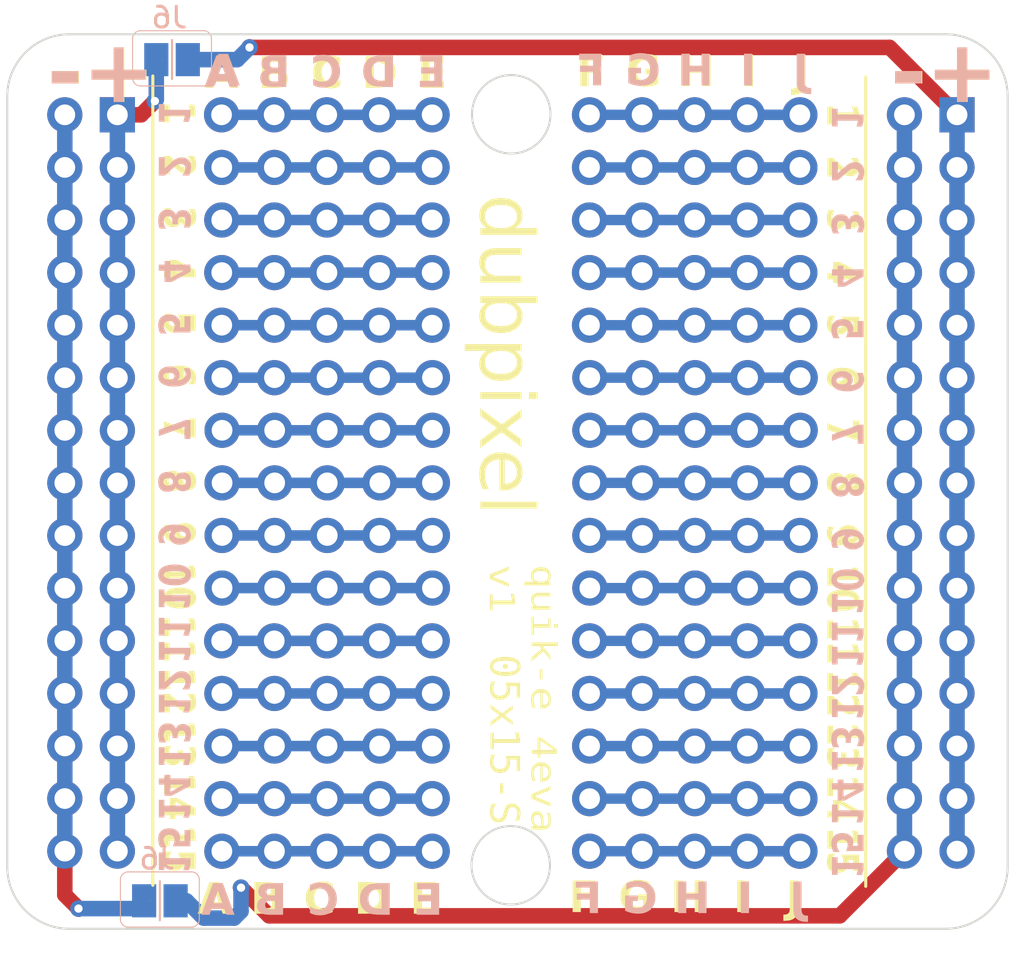
<source format=kicad_pcb>
(kicad_pcb (version 20221018) (generator pcbnew)
  (layers (0 "F.Cu" signal) (31 "B.Cu" signal) (34 "B.Paste" user) (35 "F.Paste" user) (36 "B.SilkS" user "B.Silkscreen") (37 "F.SilkS" user "F.Silkscreen") (38 "B.Mask" user) (39 "F.Mask" user) (44 "Edge.Cuts" user))
  (net 0 "")
  (net 1 "VCC")
  (net 2 "GND")
  (footprint "DPX_CONN:dpx-02x15-nosilk" (layer "F.Cu") (at 46.22 33.615)
    (fp_text reference "J1" hide)
    (fp_text value "Conn_02x30_Top_Bottom" hide)
    (pad "1" thru_hole rect (at 0 0) (size 1.7 1.7) (drill 1) (layers "*.Cu" "*.Mask") (net 1 "VCC"))
    (pad "2" thru_hole oval (at -2.54 0) (size 1.7 1.7) (drill 1) (layers "*.Cu" "*.Mask") (net 2 "GND"))
    (pad "3" thru_hole oval (at 0 2.54) (size 1.7 1.7) (drill 1) (layers "*.Cu" "*.Mask") (net 1 "VCC"))
    (pad "4" thru_hole oval (at -2.54 2.54) (size 1.7 1.7) (drill 1) (layers "*.Cu" "*.Mask") (net 2 "GND"))
    (pad "5" thru_hole oval (at 0 5.08) (size 1.7 1.7) (drill 1) (layers "*.Cu" "*.Mask") (net 1 "VCC"))
    (pad "6" thru_hole oval (at -2.54 5.08) (size 1.7 1.7) (drill 1) (layers "*.Cu" "*.Mask") (net 2 "GND"))
    (pad "7" thru_hole oval (at 0 7.62) (size 1.7 1.7) (drill 1) (layers "*.Cu" "*.Mask") (net 1 "VCC"))
    (pad "8" thru_hole oval (at -2.54 7.62) (size 1.7 1.7) (drill 1) (layers "*.Cu" "*.Mask") (net 2 "GND"))
    (pad "9" thru_hole oval (at 0 10.16) (size 1.7 1.7) (drill 1) (layers "*.Cu" "*.Mask") (net 1 "VCC"))
    (pad "10" thru_hole oval (at -2.54 10.16) (size 1.7 1.7) (drill 1) (layers "*.Cu" "*.Mask") (net 2 "GND"))
    (pad "11" thru_hole oval (at 0 12.7) (size 1.7 1.7) (drill 1) (layers "*.Cu" "*.Mask") (net 1 "VCC"))
    (pad "12" thru_hole oval (at -2.54 12.7) (size 1.7 1.7) (drill 1) (layers "*.Cu" "*.Mask") (net 2 "GND"))
    (pad "13" thru_hole oval (at 0 15.24) (size 1.7 1.7) (drill 1) (layers "*.Cu" "*.Mask") (net 1 "VCC"))
    (pad "14" thru_hole oval (at -2.54 15.24) (size 1.7 1.7) (drill 1) (layers "*.Cu" "*.Mask") (net 2 "GND"))
    (pad "15" thru_hole oval (at 0 17.78) (size 1.7 1.7) (drill 1) (layers "*.Cu" "*.Mask") (net 1 "VCC"))
    (pad "16" thru_hole oval (at -2.54 17.78) (size 1.7 1.7) (drill 1) (layers "*.Cu" "*.Mask") (net 2 "GND"))
    (pad "17" thru_hole oval (at 0 20.32) (size 1.7 1.7) (drill 1) (layers "*.Cu" "*.Mask") (net 1 "VCC"))
    (pad "18" thru_hole oval (at -2.54 20.32) (size 1.7 1.7) (drill 1) (layers "*.Cu" "*.Mask") (net 2 "GND"))
    (pad "19" thru_hole oval (at 0 22.86) (size 1.7 1.7) (drill 1) (layers "*.Cu" "*.Mask") (net 1 "VCC"))
    (pad "20" thru_hole oval (at -2.54 22.86) (size 1.7 1.7) (drill 1) (layers "*.Cu" "*.Mask") (net 2 "GND"))
    (pad "21" thru_hole oval (at 0 25.4) (size 1.7 1.7) (drill 1) (layers "*.Cu" "*.Mask") (net 1 "VCC"))
    (pad "22" thru_hole oval (at -2.54 25.4) (size 1.7 1.7) (drill 1) (layers "*.Cu" "*.Mask") (net 2 "GND"))
    (pad "23" thru_hole oval (at 0 27.94) (size 1.7 1.7) (drill 1) (layers "*.Cu" "*.Mask") (net 1 "VCC"))
    (pad "24" thru_hole oval (at -2.54 27.94) (size 1.7 1.7) (drill 1) (layers "*.Cu" "*.Mask") (net 2 "GND"))
    (pad "25" thru_hole oval (at 0 30.48) (size 1.7 1.7) (drill 1) (layers "*.Cu" "*.Mask") (net 1 "VCC"))
    (pad "26" thru_hole oval (at -2.54 30.48) (size 1.7 1.7) (drill 1) (layers "*.Cu" "*.Mask") (net 2 "GND"))
    (pad "27" thru_hole oval (at 0 33.02) (size 1.7 1.7) (drill 1) (layers "*.Cu" "*.Mask") (net 1 "VCC"))
    (pad "28" thru_hole oval (at -2.54 33.02) (size 1.7 1.7) (drill 1) (layers "*.Cu" "*.Mask") (net 2 "GND"))
    (pad "29" thru_hole oval (at 0 35.56) (size 1.7 1.7) (drill 1) (layers "*.Cu" "*.Mask") (net 1 "VCC"))
    (pad "30" thru_hole oval (at -2.54 35.56) (size 1.7 1.7) (drill 1) (layers "*.Cu" "*.Mask") (net 2 "GND"))
  )
  (footprint "DPX_CONN:dpx-02x15-nosilk" (layer "F.Cu") (at 86.77 33.615)
    (fp_text reference "J2" hide)
    (fp_text value "Conn_02x30_Top_Bottom" hide)
    (pad "1" thru_hole rect (at 0 0) (size 1.7 1.7) (drill 1) (layers "*.Cu" "*.Mask") (net 1 "VCC"))
    (pad "2" thru_hole oval (at -2.54 0) (size 1.7 1.7) (drill 1) (layers "*.Cu" "*.Mask") (net 2 "GND"))
    (pad "3" thru_hole oval (at 0 2.54) (size 1.7 1.7) (drill 1) (layers "*.Cu" "*.Mask") (net 1 "VCC"))
    (pad "4" thru_hole oval (at -2.54 2.54) (size 1.7 1.7) (drill 1) (layers "*.Cu" "*.Mask") (net 2 "GND"))
    (pad "5" thru_hole oval (at 0 5.08) (size 1.7 1.7) (drill 1) (layers "*.Cu" "*.Mask") (net 1 "VCC"))
    (pad "6" thru_hole oval (at -2.54 5.08) (size 1.7 1.7) (drill 1) (layers "*.Cu" "*.Mask") (net 2 "GND"))
    (pad "7" thru_hole oval (at 0 7.62) (size 1.7 1.7) (drill 1) (layers "*.Cu" "*.Mask") (net 1 "VCC"))
    (pad "8" thru_hole oval (at -2.54 7.62) (size 1.7 1.7) (drill 1) (layers "*.Cu" "*.Mask") (net 2 "GND"))
    (pad "9" thru_hole oval (at 0 10.16) (size 1.7 1.7) (drill 1) (layers "*.Cu" "*.Mask") (net 1 "VCC"))
    (pad "10" thru_hole oval (at -2.54 10.16) (size 1.7 1.7) (drill 1) (layers "*.Cu" "*.Mask") (net 2 "GND"))
    (pad "11" thru_hole oval (at 0 12.7) (size 1.7 1.7) (drill 1) (layers "*.Cu" "*.Mask") (net 1 "VCC"))
    (pad "12" thru_hole oval (at -2.54 12.7) (size 1.7 1.7) (drill 1) (layers "*.Cu" "*.Mask") (net 2 "GND"))
    (pad "13" thru_hole oval (at 0 15.24) (size 1.7 1.7) (drill 1) (layers "*.Cu" "*.Mask") (net 1 "VCC"))
    (pad "14" thru_hole oval (at -2.54 15.24) (size 1.7 1.7) (drill 1) (layers "*.Cu" "*.Mask") (net 2 "GND"))
    (pad "15" thru_hole oval (at 0 17.78) (size 1.7 1.7) (drill 1) (layers "*.Cu" "*.Mask") (net 1 "VCC"))
    (pad "16" thru_hole oval (at -2.54 17.78) (size 1.7 1.7) (drill 1) (layers "*.Cu" "*.Mask") (net 2 "GND"))
    (pad "17" thru_hole oval (at 0 20.32) (size 1.7 1.7) (drill 1) (layers "*.Cu" "*.Mask") (net 1 "VCC"))
    (pad "18" thru_hole oval (at -2.54 20.32) (size 1.7 1.7) (drill 1) (layers "*.Cu" "*.Mask") (net 2 "GND"))
    (pad "19" thru_hole oval (at 0 22.86) (size 1.7 1.7) (drill 1) (layers "*.Cu" "*.Mask") (net 1 "VCC"))
    (pad "20" thru_hole oval (at -2.54 22.86) (size 1.7 1.7) (drill 1) (layers "*.Cu" "*.Mask") (net 2 "GND"))
    (pad "21" thru_hole oval (at 0 25.4) (size 1.7 1.7) (drill 1) (layers "*.Cu" "*.Mask") (net 1 "VCC"))
    (pad "22" thru_hole oval (at -2.54 25.4) (size 1.7 1.7) (drill 1) (layers "*.Cu" "*.Mask") (net 2 "GND"))
    (pad "23" thru_hole oval (at 0 27.94) (size 1.7 1.7) (drill 1) (layers "*.Cu" "*.Mask") (net 1 "VCC"))
    (pad "24" thru_hole oval (at -2.54 27.94) (size 1.7 1.7) (drill 1) (layers "*.Cu" "*.Mask") (net 2 "GND"))
    (pad "25" thru_hole oval (at 0 30.48) (size 1.7 1.7) (drill 1) (layers "*.Cu" "*.Mask") (net 1 "VCC"))
    (pad "26" thru_hole oval (at -2.54 30.48) (size 1.7 1.7) (drill 1) (layers "*.Cu" "*.Mask") (net 2 "GND"))
    (pad "27" thru_hole oval (at 0 33.02) (size 1.7 1.7) (drill 1) (layers "*.Cu" "*.Mask") (net 1 "VCC"))
    (pad "28" thru_hole oval (at -2.54 33.02) (size 1.7 1.7) (drill 1) (layers "*.Cu" "*.Mask") (net 2 "GND"))
    (pad "29" thru_hole oval (at 0 35.56) (size 1.7 1.7) (drill 1) (layers "*.Cu" "*.Mask") (net 1 "VCC"))
    (pad "30" thru_hole oval (at -2.54 35.56) (size 1.7 1.7) (drill 1) (layers "*.Cu" "*.Mask") (net 2 "GND"))
  )
  (footprint "PCM_4ms_SolderJumper:JUMPER_SMD_1x2" (layer "B.Cu") (at 48.27 71.5735 180)
    (fp_text reference "J6" (at 0.127 2.032) (layer "B.SilkS") (effects (justify mirror)))
    (fp_text value "SOLDER" (at 0.45974 0.00762) (layer "B.SilkS") (effects (font (size 0.01778 0.01778) (thickness 0.000001)) (justify mirror)))
    (pad "1" smd rect (at -0.762 0 180) (size 1.1684 1.6002) (layers "B.Cu" "B.Paste" "B.Mask") (clearance 0.175))
    (pad "2" smd rect (at 0.75946 0 180) (size 1.1684 1.6002) (layers "B.Cu" "B.Paste" "B.Mask") (clearance 0.175))
  )
  (footprint "DPX_CONN:DPX_PROTOBOARD-5x5" (layer "B.Cu") (at 65.235 46.31 180)
    (fp_text reference "U2" hide)
    (fp_text value "~" hide)
    (fp_line (start -13.96 -10.16) (end -11.42 -10.16) (stroke (width 0.508)) (layer "B.Cu"))
    (fp_line (start -13.96 -7.62) (end -11.42 -7.62) (stroke (width 0.508)) (layer "B.Cu"))
    (fp_line (start -13.96 -5.08) (end -11.42 -5.08) (stroke (width 0.508)) (layer "B.Cu"))
    (fp_line (start -13.96 -2.54) (end -11.42 -2.54) (stroke (width 0.508)) (layer "B.Cu"))
    (fp_line (start -13.96 0) (end -11.42 0) (stroke (width 0.508)) (layer "B.Cu"))
    (fp_line (start -11.42 -10.16) (end -8.88 -10.16) (stroke (width 0.508)) (layer "B.Cu"))
    (fp_line (start -11.42 -7.62) (end -8.88 -7.62) (stroke (width 0.508)) (layer "B.Cu"))
    (fp_line (start -11.42 -5.08) (end -8.88 -5.08) (stroke (width 0.508)) (layer "B.Cu"))
    (fp_line (start -11.42 -2.54) (end -8.88 -2.54) (stroke (width 0.508)) (layer "B.Cu"))
    (fp_line (start -11.42 0) (end -8.88 0) (stroke (width 0.508)) (layer "B.Cu"))
    (fp_line (start -8.88 -10.16) (end -6.34 -10.16) (stroke (width 0.508)) (layer "B.Cu"))
    (fp_line (start -8.88 -7.62) (end -6.34 -7.62) (stroke (width 0.508)) (layer "B.Cu"))
    (fp_line (start -8.88 -5.08) (end -6.34 -5.08) (stroke (width 0.508)) (layer "B.Cu"))
    (fp_line (start -8.88 -2.54) (end -6.34 -2.54) (stroke (width 0.508)) (layer "B.Cu"))
    (fp_line (start -8.88 0) (end -6.34 0) (stroke (width 0.508)) (layer "B.Cu"))
    (fp_line (start -3.8 -10.16) (end -6.34 -10.16) (stroke (width 0.5)) (layer "B.Cu"))
    (fp_line (start -3.8 -7.62) (end -6.34 -7.62) (stroke (width 0.5)) (layer "B.Cu"))
    (fp_line (start -3.8 -5.08) (end -6.34 -5.08) (stroke (width 0.5)) (layer "B.Cu"))
    (fp_line (start -3.8 -2.54) (end -6.34 -2.54) (stroke (width 0.5)) (layer "B.Cu"))
    (fp_line (start -3.8 0) (end -6.34 0) (stroke (width 0.5)) (layer "B.Cu"))
    (fp_line (start 3.8 -10.16) (end 6.34 -10.16) (stroke (width 0.508)) (layer "B.Cu"))
    (fp_line (start 3.8 -7.62) (end 6.34 -7.62) (stroke (width 0.508)) (layer "B.Cu"))
    (fp_line (start 3.8 -5.08) (end 6.34 -5.08) (stroke (width 0.508)) (layer "B.Cu"))
    (fp_line (start 3.8 -2.54) (end 6.34 -2.54) (stroke (width 0.508)) (layer "B.Cu"))
    (fp_line (start 3.81 0) (end 6.35 0) (stroke (width 0.508)) (layer "B.Cu"))
    (fp_line (start 6.34 -10.16) (end 8.88 -10.16) (stroke (width 0.508)) (layer "B.Cu"))
    (fp_line (start 6.34 -7.62) (end 8.88 -7.62) (stroke (width 0.508)) (layer "B.Cu"))
    (fp_line (start 6.34 -5.08) (end 8.88 -5.08) (stroke (width 0.508)) (layer "B.Cu"))
    (fp_line (start 6.34 -2.54) (end 8.88 -2.54) (stroke (width 0.508)) (layer "B.Cu"))
    (fp_line (start 6.35 0) (end 8.89 0) (stroke (width 0.508)) (layer "B.Cu"))
    (fp_line (start 8.88 -10.16) (end 11.42 -10.16) (stroke (width 0.508)) (layer "B.Cu"))
    (fp_line (start 8.88 -7.62) (end 11.42 -7.62) (stroke (width 0.508)) (layer "B.Cu"))
    (fp_line (start 8.88 -5.08) (end 11.42 -5.08) (stroke (width 0.508)) (layer "B.Cu"))
    (fp_line (start 8.88 -2.54) (end 11.42 -2.54) (stroke (width 0.508)) (layer "B.Cu"))
    (fp_line (start 8.89 0) (end 11.43 0) (stroke (width 0.508)) (layer "B.Cu"))
    (fp_line (start 11.42 -10.16) (end 13.96 -10.16) (stroke (width 0.508)) (layer "B.Cu"))
    (fp_line (start 11.42 -7.62) (end 13.96 -7.62) (stroke (width 0.508)) (layer "B.Cu"))
    (fp_line (start 11.42 -5.08) (end 13.96 -5.08) (stroke (width 0.508)) (layer "B.Cu"))
    (fp_line (start 11.42 -2.54) (end 13.96 -2.54) (stroke (width 0.508)) (layer "B.Cu"))
    (fp_line (start 11.43 0) (end 13.97 0) (stroke (width 0.508)) (layer "B.Cu"))
    (pad "1" thru_hole oval (at -13.96 0 90) (size 1.7 1.7) (drill 1) (layers "*.Cu" "*.Mask"))
    (pad "2" thru_hole oval (at -11.42 0 90) (size 1.7 1.7) (drill 1) (layers "*.Cu" "*.Mask"))
    (pad "3" thru_hole oval (at -8.88 0 90) (size 1.7 1.7) (drill 1) (layers "*.Cu" "*.Mask"))
    (pad "4" thru_hole oval (at -6.34 0 90) (size 1.7 1.7) (drill 1) (layers "*.Cu" "*.Mask"))
    (pad "5" thru_hole oval (at -3.8 0 90) (size 1.7 1.7) (drill 1) (layers "*.Cu" "*.Mask"))
    (pad "6" thru_hole oval (at 3.8 0 270) (size 1.7 1.7) (drill 1) (layers "*.Cu" "*.Mask"))
    (pad "11" thru_hole oval (at -13.96 -2.54 90) (size 1.7 1.7) (drill 1) (layers "*.Cu" "*.Mask"))
    (pad "12" thru_hole oval (at -11.42 -2.54 90) (size 1.7 1.7) (drill 1) (layers "*.Cu" "*.Mask"))
    (pad "13" thru_hole oval (at -8.88 -2.54 90) (size 1.7 1.7) (drill 1) (layers "*.Cu" "*.Mask"))
    (pad "14" thru_hole oval (at -6.34 -2.54 90) (size 1.7 1.7) (drill 1) (layers "*.Cu" "*.Mask"))
    (pad "15" thru_hole oval (at -3.8 -2.54 90) (size 1.7 1.7) (drill 1) (layers "*.Cu" "*.Mask"))
    (pad "16" thru_hole oval (at 3.8 -2.54 270) (size 1.7 1.7) (drill 1) (layers "*.Cu" "*.Mask"))
    (pad "17" thru_hole oval (at 6.34 -2.54 270) (size 1.7 1.7) (drill 1) (layers "*.Cu" "*.Mask"))
    (pad "17" thru_hole oval (at 6.35 0 270) (size 1.7 1.7) (drill 1) (layers "*.Cu" "*.Mask"))
    (pad "18" thru_hole oval (at 8.88 -2.54 270) (size 1.7 1.7) (drill 1) (layers "*.Cu" "*.Mask"))
    (pad "18" thru_hole oval (at 8.89 0 270) (size 1.7 1.7) (drill 1) (layers "*.Cu" "*.Mask"))
    (pad "19" thru_hole oval (at 11.42 -2.54 270) (size 1.7 1.7) (drill 1) (layers "*.Cu" "*.Mask"))
    (pad "19" thru_hole oval (at 11.43 0 270) (size 1.7 1.7) (drill 1) (layers "*.Cu" "*.Mask"))
    (pad "20" thru_hole oval (at 13.96 -2.54 270) (size 1.7 1.7) (drill 1) (layers "*.Cu" "*.Mask"))
    (pad "20" thru_hole oval (at 13.97 0 270) (size 1.7 1.7) (drill 1) (layers "*.Cu" "*.Mask"))
    (pad "21" thru_hole oval (at -13.96 -5.08 90) (size 1.7 1.7) (drill 1) (layers "*.Cu" "*.Mask"))
    (pad "22" thru_hole oval (at -11.42 -5.08 90) (size 1.7 1.7) (drill 1) (layers "*.Cu" "*.Mask"))
    (pad "23" thru_hole oval (at -8.88 -5.08 90) (size 1.7 1.7) (drill 1) (layers "*.Cu" "*.Mask"))
    (pad "24" thru_hole oval (at -6.34 -5.08 90) (size 1.7 1.7) (drill 1) (layers "*.Cu" "*.Mask"))
    (pad "25" thru_hole oval (at -3.8 -5.08 90) (size 1.7 1.7) (drill 1) (layers "*.Cu" "*.Mask"))
    (pad "26" thru_hole oval (at 3.8 -5.08 270) (size 1.7 1.7) (drill 1) (layers "*.Cu" "*.Mask"))
    (pad "27" thru_hole oval (at 6.34 -5.08 270) (size 1.7 1.7) (drill 1) (layers "*.Cu" "*.Mask"))
    (pad "28" thru_hole oval (at 8.88 -5.08 270) (size 1.7 1.7) (drill 1) (layers "*.Cu" "*.Mask"))
    (pad "29" thru_hole oval (at 11.42 -5.08 270) (size 1.7 1.7) (drill 1) (layers "*.Cu" "*.Mask"))
    (pad "30" thru_hole oval (at 13.96 -5.08 270) (size 1.7 1.7) (drill 1) (layers "*.Cu" "*.Mask"))
    (pad "31" thru_hole oval (at -13.96 -7.62 90) (size 1.7 1.7) (drill 1) (layers "*.Cu" "*.Mask"))
    (pad "32" thru_hole oval (at -11.42 -7.62 90) (size 1.7 1.7) (drill 1) (layers "*.Cu" "*.Mask"))
    (pad "33" thru_hole oval (at -8.88 -7.62 90) (size 1.7 1.7) (drill 1) (layers "*.Cu" "*.Mask"))
    (pad "34" thru_hole oval (at -6.34 -7.62 90) (size 1.7 1.7) (drill 1) (layers "*.Cu" "*.Mask"))
    (pad "35" thru_hole oval (at -3.8 -7.62 90) (size 1.7 1.7) (drill 1) (layers "*.Cu" "*.Mask"))
    (pad "36" thru_hole oval (at 3.8 -7.62 270) (size 1.7 1.7) (drill 1) (layers "*.Cu" "*.Mask"))
    (pad "37" thru_hole oval (at 6.34 -7.62 270) (size 1.7 1.7) (drill 1) (layers "*.Cu" "*.Mask"))
    (pad "38" thru_hole oval (at 8.88 -7.62 270) (size 1.7 1.7) (drill 1) (layers "*.Cu" "*.Mask"))
    (pad "39" thru_hole oval (at 11.42 -7.62 270) (size 1.7 1.7) (drill 1) (layers "*.Cu" "*.Mask"))
    (pad "40" thru_hole oval (at 13.96 -7.62 270) (size 1.7 1.7) (drill 1) (layers "*.Cu" "*.Mask"))
    (pad "41" thru_hole oval (at -13.96 -10.16 90) (size 1.7 1.7) (drill 1) (layers "*.Cu" "*.Mask"))
    (pad "42" thru_hole oval (at -11.42 -10.16 90) (size 1.7 1.7) (drill 1) (layers "*.Cu" "*.Mask"))
    (pad "43" thru_hole oval (at -8.88 -10.16 90) (size 1.7 1.7) (drill 1) (layers "*.Cu" "*.Mask"))
    (pad "44" thru_hole oval (at -6.34 -10.16 90) (size 1.7 1.7) (drill 1) (layers "*.Cu" "*.Mask"))
    (pad "45" thru_hole oval (at -3.8 -10.16 90) (size 1.7 1.7) (drill 1) (layers "*.Cu" "*.Mask"))
    (pad "46" thru_hole oval (at 3.8 -10.16 270) (size 1.7 1.7) (drill 1) (layers "*.Cu" "*.Mask"))
    (pad "47" thru_hole oval (at 6.34 -10.16 270) (size 1.7 1.7) (drill 1) (layers "*.Cu" "*.Mask"))
    (pad "48" thru_hole oval (at 8.88 -10.16 270) (size 1.7 1.7) (drill 1) (layers "*.Cu" "*.Mask"))
    (pad "49" thru_hole oval (at 11.42 -10.16 270) (size 1.7 1.7) (drill 1) (layers "*.Cu" "*.Mask"))
    (pad "50" thru_hole oval (at 13.96 -10.16 270) (size 1.7 1.7) (drill 1) (layers "*.Cu" "*.Mask"))
  )
  (footprint "DPX_CONN:DPX_PROTOBOARD-5x5" (layer "B.Cu") (at 65.22 33.615 180)
    (fp_text reference "U1" hide)
    (fp_text value "~" hide)
    (fp_line (start -13.96 -10.16) (end -11.42 -10.16) (stroke (width 0.508)) (layer "B.Cu"))
    (fp_line (start -13.96 -7.62) (end -11.42 -7.62) (stroke (width 0.508)) (layer "B.Cu"))
    (fp_line (start -13.96 -5.08) (end -11.42 -5.08) (stroke (width 0.508)) (layer "B.Cu"))
    (fp_line (start -13.96 -2.54) (end -11.42 -2.54) (stroke (width 0.508)) (layer "B.Cu"))
    (fp_line (start -13.96 0) (end -11.42 0) (stroke (width 0.508)) (layer "B.Cu"))
    (fp_line (start -11.42 -10.16) (end -8.88 -10.16) (stroke (width 0.508)) (layer "B.Cu"))
    (fp_line (start -11.42 -7.62) (end -8.88 -7.62) (stroke (width 0.508)) (layer "B.Cu"))
    (fp_line (start -11.42 -5.08) (end -8.88 -5.08) (stroke (width 0.508)) (layer "B.Cu"))
    (fp_line (start -11.42 -2.54) (end -8.88 -2.54) (stroke (width 0.508)) (layer "B.Cu"))
    (fp_line (start -11.42 0) (end -8.88 0) (stroke (width 0.508)) (layer "B.Cu"))
    (fp_line (start -8.88 -10.16) (end -6.34 -10.16) (stroke (width 0.508)) (layer "B.Cu"))
    (fp_line (start -8.88 -7.62) (end -6.34 -7.62) (stroke (width 0.508)) (layer "B.Cu"))
    (fp_line (start -8.88 -5.08) (end -6.34 -5.08) (stroke (width 0.508)) (layer "B.Cu"))
    (fp_line (start -8.88 -2.54) (end -6.34 -2.54) (stroke (width 0.508)) (layer "B.Cu"))
    (fp_line (start -8.88 0) (end -6.34 0) (stroke (width 0.508)) (layer "B.Cu"))
    (fp_line (start -3.8 -10.16) (end -6.34 -10.16) (stroke (width 0.5)) (layer "B.Cu"))
    (fp_line (start -3.8 -7.62) (end -6.34 -7.62) (stroke (width 0.5)) (layer "B.Cu"))
    (fp_line (start -3.8 -5.08) (end -6.34 -5.08) (stroke (width 0.5)) (layer "B.Cu"))
    (fp_line (start -3.8 -2.54) (end -6.34 -2.54) (stroke (width 0.5)) (layer "B.Cu"))
    (fp_line (start -3.8 0) (end -6.34 0) (stroke (width 0.5)) (layer "B.Cu"))
    (fp_line (start 3.8 -10.16) (end 6.34 -10.16) (stroke (width 0.508)) (layer "B.Cu"))
    (fp_line (start 3.8 -7.62) (end 6.34 -7.62) (stroke (width 0.508)) (layer "B.Cu"))
    (fp_line (start 3.8 -5.08) (end 6.34 -5.08) (stroke (width 0.508)) (layer "B.Cu"))
    (fp_line (start 3.8 -2.54) (end 6.34 -2.54) (stroke (width 0.508)) (layer "B.Cu"))
    (fp_line (start 3.81 0) (end 6.35 0) (stroke (width 0.508)) (layer "B.Cu"))
    (fp_line (start 6.34 -10.16) (end 8.88 -10.16) (stroke (width 0.508)) (layer "B.Cu"))
    (fp_line (start 6.34 -7.62) (end 8.88 -7.62) (stroke (width 0.508)) (layer "B.Cu"))
    (fp_line (start 6.34 -5.08) (end 8.88 -5.08) (stroke (width 0.508)) (layer "B.Cu"))
    (fp_line (start 6.34 -2.54) (end 8.88 -2.54) (stroke (width 0.508)) (layer "B.Cu"))
    (fp_line (start 6.35 0) (end 8.89 0) (stroke (width 0.508)) (layer "B.Cu"))
    (fp_line (start 8.88 -10.16) (end 11.42 -10.16) (stroke (width 0.508)) (layer "B.Cu"))
    (fp_line (start 8.88 -7.62) (end 11.42 -7.62) (stroke (width 0.508)) (layer "B.Cu"))
    (fp_line (start 8.88 -5.08) (end 11.42 -5.08) (stroke (width 0.508)) (layer "B.Cu"))
    (fp_line (start 8.88 -2.54) (end 11.42 -2.54) (stroke (width 0.508)) (layer "B.Cu"))
    (fp_line (start 8.89 0) (end 11.43 0) (stroke (width 0.508)) (layer "B.Cu"))
    (fp_line (start 11.42 -10.16) (end 13.96 -10.16) (stroke (width 0.508)) (layer "B.Cu"))
    (fp_line (start 11.42 -7.62) (end 13.96 -7.62) (stroke (width 0.508)) (layer "B.Cu"))
    (fp_line (start 11.42 -5.08) (end 13.96 -5.08) (stroke (width 0.508)) (layer "B.Cu"))
    (fp_line (start 11.42 -2.54) (end 13.96 -2.54) (stroke (width 0.508)) (layer "B.Cu"))
    (fp_line (start 11.43 0) (end 13.97 0) (stroke (width 0.508)) (layer "B.Cu"))
    (pad "1" thru_hole oval (at -13.96 0 90) (size 1.7 1.7) (drill 1) (layers "*.Cu" "*.Mask"))
    (pad "2" thru_hole oval (at -11.42 0 90) (size 1.7 1.7) (drill 1) (layers "*.Cu" "*.Mask"))
    (pad "3" thru_hole oval (at -8.88 0 90) (size 1.7 1.7) (drill 1) (layers "*.Cu" "*.Mask"))
    (pad "4" thru_hole oval (at -6.34 0 90) (size 1.7 1.7) (drill 1) (layers "*.Cu" "*.Mask"))
    (pad "5" thru_hole oval (at -3.8 0 90) (size 1.7 1.7) (drill 1) (layers "*.Cu" "*.Mask"))
    (pad "6" thru_hole oval (at 3.8 0 270) (size 1.7 1.7) (drill 1) (layers "*.Cu" "*.Mask"))
    (pad "11" thru_hole oval (at -13.96 -2.54 90) (size 1.7 1.7) (drill 1) (layers "*.Cu" "*.Mask"))
    (pad "12" thru_hole oval (at -11.42 -2.54 90) (size 1.7 1.7) (drill 1) (layers "*.Cu" "*.Mask"))
    (pad "13" thru_hole oval (at -8.88 -2.54 90) (size 1.7 1.7) (drill 1) (layers "*.Cu" "*.Mask"))
    (pad "14" thru_hole oval (at -6.34 -2.54 90) (size 1.7 1.7) (drill 1) (layers "*.Cu" "*.Mask"))
    (pad "15" thru_hole oval (at -3.8 -2.54 90) (size 1.7 1.7) (drill 1) (layers "*.Cu" "*.Mask"))
    (pad "16" thru_hole oval (at 3.8 -2.54 270) (size 1.7 1.7) (drill 1) (layers "*.Cu" "*.Mask"))
    (pad "17" thru_hole oval (at 6.34 -2.54 270) (size 1.7 1.7) (drill 1) (layers "*.Cu" "*.Mask"))
    (pad "17" thru_hole oval (at 6.35 0 270) (size 1.7 1.7) (drill 1) (layers "*.Cu" "*.Mask"))
    (pad "18" thru_hole oval (at 8.88 -2.54 270) (size 1.7 1.7) (drill 1) (layers "*.Cu" "*.Mask"))
    (pad "18" thru_hole oval (at 8.89 0 270) (size 1.7 1.7) (drill 1) (layers "*.Cu" "*.Mask"))
    (pad "19" thru_hole oval (at 11.42 -2.54 270) (size 1.7 1.7) (drill 1) (layers "*.Cu" "*.Mask"))
    (pad "19" thru_hole oval (at 11.43 0 270) (size 1.7 1.7) (drill 1) (layers "*.Cu" "*.Mask"))
    (pad "20" thru_hole oval (at 13.96 -2.54 270) (size 1.7 1.7) (drill 1) (layers "*.Cu" "*.Mask"))
    (pad "20" thru_hole oval (at 13.97 0 270) (size 1.7 1.7) (drill 1) (layers "*.Cu" "*.Mask"))
    (pad "21" thru_hole oval (at -13.96 -5.08 90) (size 1.7 1.7) (drill 1) (layers "*.Cu" "*.Mask"))
    (pad "22" thru_hole oval (at -11.42 -5.08 90) (size 1.7 1.7) (drill 1) (layers "*.Cu" "*.Mask"))
    (pad "23" thru_hole oval (at -8.88 -5.08 90) (size 1.7 1.7) (drill 1) (layers "*.Cu" "*.Mask"))
    (pad "24" thru_hole oval (at -6.34 -5.08 90) (size 1.7 1.7) (drill 1) (layers "*.Cu" "*.Mask"))
    (pad "25" thru_hole oval (at -3.8 -5.08 90) (size 1.7 1.7) (drill 1) (layers "*.Cu" "*.Mask"))
    (pad "26" thru_hole oval (at 3.8 -5.08 270) (size 1.7 1.7) (drill 1) (layers "*.Cu" "*.Mask"))
    (pad "27" thru_hole oval (at 6.34 -5.08 270) (size 1.7 1.7) (drill 1) (layers "*.Cu" "*.Mask"))
    (pad "28" thru_hole oval (at 8.88 -5.08 270) (size 1.7 1.7) (drill 1) (layers "*.Cu" "*.Mask"))
    (pad "29" thru_hole oval (at 11.42 -5.08 270) (size 1.7 1.7) (drill 1) (layers "*.Cu" "*.Mask"))
    (pad "30" thru_hole oval (at 13.96 -5.08 270) (size 1.7 1.7) (drill 1) (layers "*.Cu" "*.Mask"))
    (pad "31" thru_hole oval (at -13.96 -7.62 90) (size 1.7 1.7) (drill 1) (layers "*.Cu" "*.Mask"))
    (pad "32" thru_hole oval (at -11.42 -7.62 90) (size 1.7 1.7) (drill 1) (layers "*.Cu" "*.Mask"))
    (pad "33" thru_hole oval (at -8.88 -7.62 90) (size 1.7 1.7) (drill 1) (layers "*.Cu" "*.Mask"))
    (pad "34" thru_hole oval (at -6.34 -7.62 90) (size 1.7 1.7) (drill 1) (layers "*.Cu" "*.Mask"))
    (pad "35" thru_hole oval (at -3.8 -7.62 90) (size 1.7 1.7) (drill 1) (layers "*.Cu" "*.Mask"))
    (pad "36" thru_hole oval (at 3.8 -7.62 270) (size 1.7 1.7) (drill 1) (layers "*.Cu" "*.Mask"))
    (pad "37" thru_hole oval (at 6.34 -7.62 270) (size 1.7 1.7) (drill 1) (layers "*.Cu" "*.Mask"))
    (pad "38" thru_hole oval (at 8.88 -7.62 270) (size 1.7 1.7) (drill 1) (layers "*.Cu" "*.Mask"))
    (pad "39" thru_hole oval (at 11.42 -7.62 270) (size 1.7 1.7) (drill 1) (layers "*.Cu" "*.Mask"))
    (pad "40" thru_hole oval (at 13.96 -7.62 270) (size 1.7 1.7) (drill 1) (layers "*.Cu" "*.Mask"))
    (pad "41" thru_hole oval (at -13.96 -10.16 90) (size 1.7 1.7) (drill 1) (layers "*.Cu" "*.Mask"))
    (pad "42" thru_hole oval (at -11.42 -10.16 90) (size 1.7 1.7) (drill 1) (layers "*.Cu" "*.Mask"))
    (pad "43" thru_hole oval (at -8.88 -10.16 90) (size 1.7 1.7) (drill 1) (layers "*.Cu" "*.Mask"))
    (pad "44" thru_hole oval (at -6.34 -10.16 90) (size 1.7 1.7) (drill 1) (layers "*.Cu" "*.Mask"))
    (pad "45" thru_hole oval (at -3.8 -10.16 90) (size 1.7 1.7) (drill 1) (layers "*.Cu" "*.Mask"))
    (pad "46" thru_hole oval (at 3.8 -10.16 270) (size 1.7 1.7) (drill 1) (layers "*.Cu" "*.Mask"))
    (pad "47" thru_hole oval (at 6.34 -10.16 270) (size 1.7 1.7) (drill 1) (layers "*.Cu" "*.Mask"))
    (pad "48" thru_hole oval (at 8.88 -10.16 270) (size 1.7 1.7) (drill 1) (layers "*.Cu" "*.Mask"))
    (pad "49" thru_hole oval (at 11.42 -10.16 270) (size 1.7 1.7) (drill 1) (layers "*.Cu" "*.Mask"))
    (pad "50" thru_hole oval (at 13.96 -10.16 270) (size 1.7 1.7) (drill 1) (layers "*.Cu" "*.Mask"))
  )
  (footprint "DPX_CONN:DPX_PROTOBOARD-5x5" (layer "B.Cu") (at 65.225 59.02 180)
    (fp_text reference "U3" hide)
    (fp_text value "~" hide)
    (fp_line (start -13.96 -10.16) (end -11.42 -10.16) (stroke (width 0.508)) (layer "B.Cu"))
    (fp_line (start -13.96 -7.62) (end -11.42 -7.62) (stroke (width 0.508)) (layer "B.Cu"))
    (fp_line (start -13.96 -5.08) (end -11.42 -5.08) (stroke (width 0.508)) (layer "B.Cu"))
    (fp_line (start -13.96 -2.54) (end -11.42 -2.54) (stroke (width 0.508)) (layer "B.Cu"))
    (fp_line (start -13.96 0) (end -11.42 0) (stroke (width 0.508)) (layer "B.Cu"))
    (fp_line (start -11.42 -10.16) (end -8.88 -10.16) (stroke (width 0.508)) (layer "B.Cu"))
    (fp_line (start -11.42 -7.62) (end -8.88 -7.62) (stroke (width 0.508)) (layer "B.Cu"))
    (fp_line (start -11.42 -5.08) (end -8.88 -5.08) (stroke (width 0.508)) (layer "B.Cu"))
    (fp_line (start -11.42 -2.54) (end -8.88 -2.54) (stroke (width 0.508)) (layer "B.Cu"))
    (fp_line (start -11.42 0) (end -8.88 0) (stroke (width 0.508)) (layer "B.Cu"))
    (fp_line (start -8.88 -10.16) (end -6.34 -10.16) (stroke (width 0.508)) (layer "B.Cu"))
    (fp_line (start -8.88 -7.62) (end -6.34 -7.62) (stroke (width 0.508)) (layer "B.Cu"))
    (fp_line (start -8.88 -5.08) (end -6.34 -5.08) (stroke (width 0.508)) (layer "B.Cu"))
    (fp_line (start -8.88 -2.54) (end -6.34 -2.54) (stroke (width 0.508)) (layer "B.Cu"))
    (fp_line (start -8.88 0) (end -6.34 0) (stroke (width 0.508)) (layer "B.Cu"))
    (fp_line (start -3.8 -10.16) (end -6.34 -10.16) (stroke (width 0.5)) (layer "B.Cu"))
    (fp_line (start -3.8 -7.62) (end -6.34 -7.62) (stroke (width 0.5)) (layer "B.Cu"))
    (fp_line (start -3.8 -5.08) (end -6.34 -5.08) (stroke (width 0.5)) (layer "B.Cu"))
    (fp_line (start -3.8 -2.54) (end -6.34 -2.54) (stroke (width 0.5)) (layer "B.Cu"))
    (fp_line (start -3.8 0) (end -6.34 0) (stroke (width 0.5)) (layer "B.Cu"))
    (fp_line (start 3.8 -10.16) (end 6.34 -10.16) (stroke (width 0.508)) (layer "B.Cu"))
    (fp_line (start 3.8 -7.62) (end 6.34 -7.62) (stroke (width 0.508)) (layer "B.Cu"))
    (fp_line (start 3.8 -5.08) (end 6.34 -5.08) (stroke (width 0.508)) (layer "B.Cu"))
    (fp_line (start 3.8 -2.54) (end 6.34 -2.54) (stroke (width 0.508)) (layer "B.Cu"))
    (fp_line (start 3.81 0) (end 6.35 0) (stroke (width 0.508)) (layer "B.Cu"))
    (fp_line (start 6.34 -10.16) (end 8.88 -10.16) (stroke (width 0.508)) (layer "B.Cu"))
    (fp_line (start 6.34 -7.62) (end 8.88 -7.62) (stroke (width 0.508)) (layer "B.Cu"))
    (fp_line (start 6.34 -5.08) (end 8.88 -5.08) (stroke (width 0.508)) (layer "B.Cu"))
    (fp_line (start 6.34 -2.54) (end 8.88 -2.54) (stroke (width 0.508)) (layer "B.Cu"))
    (fp_line (start 6.35 0) (end 8.89 0) (stroke (width 0.508)) (layer "B.Cu"))
    (fp_line (start 8.88 -10.16) (end 11.42 -10.16) (stroke (width 0.508)) (layer "B.Cu"))
    (fp_line (start 8.88 -7.62) (end 11.42 -7.62) (stroke (width 0.508)) (layer "B.Cu"))
    (fp_line (start 8.88 -5.08) (end 11.42 -5.08) (stroke (width 0.508)) (layer "B.Cu"))
    (fp_line (start 8.88 -2.54) (end 11.42 -2.54) (stroke (width 0.508)) (layer "B.Cu"))
    (fp_line (start 8.89 0) (end 11.43 0) (stroke (width 0.508)) (layer "B.Cu"))
    (fp_line (start 11.42 -10.16) (end 13.96 -10.16) (stroke (width 0.508)) (layer "B.Cu"))
    (fp_line (start 11.42 -7.62) (end 13.96 -7.62) (stroke (width 0.508)) (layer "B.Cu"))
    (fp_line (start 11.42 -5.08) (end 13.96 -5.08) (stroke (width 0.508)) (layer "B.Cu"))
    (fp_line (start 11.42 -2.54) (end 13.96 -2.54) (stroke (width 0.508)) (layer "B.Cu"))
    (fp_line (start 11.43 0) (end 13.97 0) (stroke (width 0.508)) (layer "B.Cu"))
    (pad "1" thru_hole oval (at -13.96 0 90) (size 1.7 1.7) (drill 1) (layers "*.Cu" "*.Mask"))
    (pad "2" thru_hole oval (at -11.42 0 90) (size 1.7 1.7) (drill 1) (layers "*.Cu" "*.Mask"))
    (pad "3" thru_hole oval (at -8.88 0 90) (size 1.7 1.7) (drill 1) (layers "*.Cu" "*.Mask"))
    (pad "4" thru_hole oval (at -6.34 0 90) (size 1.7 1.7) (drill 1) (layers "*.Cu" "*.Mask"))
    (pad "5" thru_hole oval (at -3.8 0 90) (size 1.7 1.7) (drill 1) (layers "*.Cu" "*.Mask"))
    (pad "6" thru_hole oval (at 3.8 0 270) (size 1.7 1.7) (drill 1) (layers "*.Cu" "*.Mask"))
    (pad "11" thru_hole oval (at -13.96 -2.54 90) (size 1.7 1.7) (drill 1) (layers "*.Cu" "*.Mask"))
    (pad "12" thru_hole oval (at -11.42 -2.54 90) (size 1.7 1.7) (drill 1) (layers "*.Cu" "*.Mask"))
    (pad "13" thru_hole oval (at -8.88 -2.54 90) (size 1.7 1.7) (drill 1) (layers "*.Cu" "*.Mask"))
    (pad "14" thru_hole oval (at -6.34 -2.54 90) (size 1.7 1.7) (drill 1) (layers "*.Cu" "*.Mask"))
    (pad "15" thru_hole oval (at -3.8 -2.54 90) (size 1.7 1.7) (drill 1) (layers "*.Cu" "*.Mask"))
    (pad "16" thru_hole oval (at 3.8 -2.54 270) (size 1.7 1.7) (drill 1) (layers "*.Cu" "*.Mask"))
    (pad "17" thru_hole oval (at 6.34 -2.54 270) (size 1.7 1.7) (drill 1) (layers "*.Cu" "*.Mask"))
    (pad "17" thru_hole oval (at 6.35 0 270) (size 1.7 1.7) (drill 1) (layers "*.Cu" "*.Mask"))
    (pad "18" thru_hole oval (at 8.88 -2.54 270) (size 1.7 1.7) (drill 1) (layers "*.Cu" "*.Mask"))
    (pad "18" thru_hole oval (at 8.89 0 270) (size 1.7 1.7) (drill 1) (layers "*.Cu" "*.Mask"))
    (pad "19" thru_hole oval (at 11.42 -2.54 270) (size 1.7 1.7) (drill 1) (layers "*.Cu" "*.Mask"))
    (pad "19" thru_hole oval (at 11.43 0 270) (size 1.7 1.7) (drill 1) (layers "*.Cu" "*.Mask"))
    (pad "20" thru_hole oval (at 13.96 -2.54 270) (size 1.7 1.7) (drill 1) (layers "*.Cu" "*.Mask"))
    (pad "20" thru_hole oval (at 13.97 0 270) (size 1.7 1.7) (drill 1) (layers "*.Cu" "*.Mask"))
    (pad "21" thru_hole oval (at -13.96 -5.08 90) (size 1.7 1.7) (drill 1) (layers "*.Cu" "*.Mask"))
    (pad "22" thru_hole oval (at -11.42 -5.08 90) (size 1.7 1.7) (drill 1) (layers "*.Cu" "*.Mask"))
    (pad "23" thru_hole oval (at -8.88 -5.08 90) (size 1.7 1.7) (drill 1) (layers "*.Cu" "*.Mask"))
    (pad "24" thru_hole oval (at -6.34 -5.08 90) (size 1.7 1.7) (drill 1) (layers "*.Cu" "*.Mask"))
    (pad "25" thru_hole oval (at -3.8 -5.08 90) (size 1.7 1.7) (drill 1) (layers "*.Cu" "*.Mask"))
    (pad "26" thru_hole oval (at 3.8 -5.08 270) (size 1.7 1.7) (drill 1) (layers "*.Cu" "*.Mask"))
    (pad "27" thru_hole oval (at 6.34 -5.08 270) (size 1.7 1.7) (drill 1) (layers "*.Cu" "*.Mask"))
    (pad "28" thru_hole oval (at 8.88 -5.08 270) (size 1.7 1.7) (drill 1) (layers "*.Cu" "*.Mask"))
    (pad "29" thru_hole oval (at 11.42 -5.08 270) (size 1.7 1.7) (drill 1) (layers "*.Cu" "*.Mask"))
    (pad "30" thru_hole oval (at 13.96 -5.08 270) (size 1.7 1.7) (drill 1) (layers "*.Cu" "*.Mask"))
    (pad "31" thru_hole oval (at -13.96 -7.62 90) (size 1.7 1.7) (drill 1) (layers "*.Cu" "*.Mask"))
    (pad "32" thru_hole oval (at -11.42 -7.62 90) (size 1.7 1.7) (drill 1) (layers "*.Cu" "*.Mask"))
    (pad "33" thru_hole oval (at -8.88 -7.62 90) (size 1.7 1.7) (drill 1) (layers "*.Cu" "*.Mask"))
    (pad "34" thru_hole oval (at -6.34 -7.62 90) (size 1.7 1.7) (drill 1) (layers "*.Cu" "*.Mask"))
    (pad "35" thru_hole oval (at -3.8 -7.62 90) (size 1.7 1.7) (drill 1) (layers "*.Cu" "*.Mask"))
    (pad "36" thru_hole oval (at 3.8 -7.62 270) (size 1.7 1.7) (drill 1) (layers "*.Cu" "*.Mask"))
    (pad "37" thru_hole oval (at 6.34 -7.62 270) (size 1.7 1.7) (drill 1) (layers "*.Cu" "*.Mask"))
    (pad "38" thru_hole oval (at 8.88 -7.62 270) (size 1.7 1.7) (drill 1) (layers "*.Cu" "*.Mask"))
    (pad "39" thru_hole oval (at 11.42 -7.62 270) (size 1.7 1.7) (drill 1) (layers "*.Cu" "*.Mask"))
    (pad "40" thru_hole oval (at 13.96 -7.62 270) (size 1.7 1.7) (drill 1) (layers "*.Cu" "*.Mask"))
    (pad "41" thru_hole oval (at -13.96 -10.16 90) (size 1.7 1.7) (drill 1) (layers "*.Cu" "*.Mask"))
    (pad "42" thru_hole oval (at -11.42 -10.16 90) (size 1.7 1.7) (drill 1) (layers "*.Cu" "*.Mask"))
    (pad "43" thru_hole oval (at -8.88 -10.16 90) (size 1.7 1.7) (drill 1) (layers "*.Cu" "*.Mask"))
    (pad "44" thru_hole oval (at -6.34 -10.16 90) (size 1.7 1.7) (drill 1) (layers "*.Cu" "*.Mask"))
    (pad "45" thru_hole oval (at -3.8 -10.16 90) (size 1.7 1.7) (drill 1) (layers "*.Cu" "*.Mask"))
    (pad "46" thru_hole oval (at 3.8 -10.16 270) (size 1.7 1.7) (drill 1) (layers "*.Cu" "*.Mask"))
    (pad "47" thru_hole oval (at 6.34 -10.16 270) (size 1.7 1.7) (drill 1) (layers "*.Cu" "*.Mask"))
    (pad "48" thru_hole oval (at 8.88 -10.16 270) (size 1.7 1.7) (drill 1) (layers "*.Cu" "*.Mask"))
    (pad "49" thru_hole oval (at 11.42 -10.16 270) (size 1.7 1.7) (drill 1) (layers "*.Cu" "*.Mask"))
    (pad "50" thru_hole oval (at 13.96 -10.16 270) (size 1.7 1.7) (drill 1) (layers "*.Cu" "*.Mask"))
  )
  (footprint "PCM_4ms_SolderJumper:JUMPER_SMD_1x2" (layer "B.Cu") (at 48.858 30.95 180)
    (fp_text reference "J6" (at 0.127 2.032) (layer "B.SilkS") (effects (justify mirror)))
    (fp_text value "SOLDER" (at 0.45974 0.00762) (layer "B.SilkS") (effects (font (size 0.01778 0.01778) (thickness 0.000001)) (justify mirror)))
    (pad "1" smd rect (at -0.762 0 180) (size 1.1684 1.6002) (layers "B.Cu" "B.Paste" "B.Mask") (clearance 0.175))
    (pad "2" smd rect (at 0.75946 0 180) (size 1.1684 1.6002) (layers "B.Cu" "B.Paste" "B.Mask") (clearance 0.175))
  )
  (gr_line (start 82.36 31.78) (end 82.36 70.875) (stroke (width 0.15)) (layer "F.SilkS"))
  (gr_line (start 47.93 70.825) (end 47.93 31.74) (stroke (width 0.15)) (layer "F.SilkS"))
  (gr_circle (center 65.215535 69.86) (end 67.105535 69.73) (stroke (width 0.1)) (fill none) (layer "Edge.Cuts"))
  (gr_arc (start 86.215 29.725) (mid 88.33632 30.60368) (end 89.215 32.725) (stroke (width 0.1)) (layer "Edge.Cuts"))
  (gr_line (start 40.9 69.925) (end 40.9 32.725) (stroke (width 0.1)) (layer "Edge.Cuts"))
  (gr_arc (start 89.215 69.925) (mid 88.33632 72.04632) (end 86.215 72.925) (stroke (width 0.1)) (layer "Edge.Cuts"))
  (gr_arc (start 40.9 32.725) (mid 41.77868 30.60368) (end 43.9 29.725) (stroke (width 0.1)) (layer "Edge.Cuts"))
  (gr_circle (center 65.24 33.59) (end 67.13 33.46) (stroke (width 0.1)) (fill none) (layer "Edge.Cuts"))
  (gr_line (start 86.215 72.925) (end 43.9 72.925) (stroke (width 0.1)) (layer "Edge.Cuts"))
  (gr_arc (start 43.9 72.925) (mid 41.77868 72.04632) (end 40.9 69.925) (stroke (width 0.1)) (layer "Edge.Cuts"))
  (gr_line (start 43.9 29.725) (end 86.215 29.725) (stroke (width 0.1)) (layer "Edge.Cuts"))
  (gr_line (start 89.215 32.725) (end 89.215 69.925) (stroke (width 0.1)) (layer "Edge.Cuts"))
  (gr_text "C" (at 56.31 31.65) (layer "B.SilkS") (effects (font (size 1.5 1.5) (thickness 0.3) bold) (justify mirror)))
  (gr_text "I" (at 76.68 31.57) (layer "B.SilkS") (effects (font (size 1.5 1.5) (thickness 0.3) bold) (justify mirror)))
  (gr_text "7" (at 81.35 49.03 270) (layer "B.SilkS") (effects (font (size 1.5 1.2) (thickness 0.3) bold) (justify mirror)))
  (gr_text "J" (at 79.22 31.57) (layer "B.SilkS") (effects (font (size 1.5 1.5) (thickness 0.3) bold) (justify mirror)))
  (gr_text "1" (at 48.84 33.56 -90) (layer "B.SilkS") (effects (font (size 1.5 1.2) (thickness 0.3) bold) (justify mirror)))
  (gr_text "4" (at 48.84 41.18 270) (layer "B.SilkS") (effects (font (size 1.5 1.2) (thickness 0.3) bold) (justify mirror)))
  (gr_text "+" (at 46.28 31.75) (layer "B.SilkS") (effects (font (size 3 3) (thickness 0.3) bold)))
  (gr_text "15" (at 48.84 69.12 270) (layer "B.SilkS") (effects (font (size 1.5 1.2) (thickness 0.3) bold) (justify mirror)))
  (gr_text "F" (at 68.905 71.545) (layer "B.SilkS") (effects (font (size 1.5 1.5) (thickness 0.3) bold) (justify mirror)))
  (gr_text "A" (at 51.23 31.65) (layer "B.SilkS") (effects (font (size 1.5 1.5) (thickness 0.3) bold) (justify mirror)))
  (gr_text "B" (at 53.77 31.65) (layer "B.SilkS") (effects (font (size 1.5 1.5) (thickness 0.3) bold) (justify mirror)))
  (gr_text "F" (at 69.06 31.57) (layer "B.SilkS") (effects (font (size 1.5 1.5) (thickness 0.3) bold) (justify mirror)))
  (gr_text "8" (at 48.84 51.34 270) (layer "B.SilkS") (effects (font (size 1.5 1.2) (thickness 0.3) bold) (justify mirror)))
  (gr_text "-" (at 43.69 31.76) (layer "B.SilkS") (effects (font (size 3 3) (thickness 0.3) bold)))
  (gr_text "14" (at 81.35 66.81 270) (layer "B.SilkS") (effects (font (size 1.5 1.2) (thickness 0.3) bold) (justify mirror)))
  (gr_text "8" (at 81.35 51.57 270) (layer "B.SilkS") (effects (font (size 1.5 1.2) (thickness 0.3) bold) (justify mirror)))
  (gr_text "11" (at 81.35 59.19 270) (layer "B.SilkS") (effects (font (size 1.5 1.2) (thickness 0.3) bold) (justify mirror)))
  (gr_text "3" (at 48.84 38.64 270) (layer "B.SilkS") (effects (font (size 1.5 1.2) (thickness 0.3) bold) (justify mirror)))
  (gr_text "H" (at 73.985 71.545) (layer "B.SilkS") (effects (font (size 1.5 1.5) (thickness 0.3) bold) (justify mirror)))
  (gr_text "A" (at 51.075 71.625) (layer "B.SilkS") (effects (font (size 1.5 1.5) (thickness 0.3) bold) (justify mirror)))
  (gr_text "5" (at 48.84 43.72 270) (layer "B.SilkS") (effects (font (size 1.5 1.2) (thickness 0.3) bold) (justify mirror)))
  (gr_text "A" (at 51.33 31.58) (layer "B.SilkS") (effects (font (size 1.5 1.5) (thickness 0.3) bold) (justify mirror)))
  (gr_text "+" (at 87.01 31.75) (layer "B.SilkS") (effects (font (size 3 3) (thickness 0.3) bold)))
  (gr_text "9" (at 48.84 53.88 270) (layer "B.SilkS") (effects (font (size 1.5 1.2) (thickness 0.3) bold) (justify mirror)))
  (gr_text "B" (at 53.615 71.625) (layer "B.SilkS") (effects (font (size 1.5 1.5) (thickness 0.3) bold) (justify mirror)))
  (gr_text "6" (at 81.35 46.49 270) (layer "B.SilkS") (effects (font (size 1.5 1.2) (thickness 0.3) bold) (justify mirror)))
  (gr_text "D" (at 58.695 71.625) (layer "B.SilkS") (effects (font (size 1.5 1.5) (thickness 0.3) bold) (justify mirror)))
  (gr_text "-" (at 84.42 31.76) (layer "B.SilkS") (effects (font (size 3 3) (thickness 0.3) bold)))
  (gr_text "10" (at 48.84 56.42 270) (layer "B.SilkS") (effects (font (size 1.5 1.2) (thickness 0.3) bold) (justify mirror)))
  (gr_text "12" (at 81.35 61.73 270) (layer "B.SilkS") (effects (font (size 1.5 1.2) (thickness 0.3) bold) (justify mirror)))
  (gr_text "6" (at 48.84 46.26 270) (layer "B.SilkS") (effects (font (size 1.5 1.2) (thickness 0.3) bold) (justify mirror)))
  (gr_text "1" (at 81.35 33.79 -90) (layer "B.SilkS") (effects (font (size 1.5 1.2) (thickness 0.3) bold) (justify mirror)))
  (gr_text "I" (at 76.525 71.545) (layer "B.SilkS") (effects (font (size 1.5 1.5) (thickness 0.3) bold) (justify mirror)))
  (gr_text "G" (at 71.6 31.57) (layer "B.SilkS") (effects (font (size 1.5 1.5) (thickness 0.3) bold) (justify mirror)))
  (gr_text "13" (at 48.84 64.04 270) (layer "B.SilkS") (effects (font (size 1.5 1.2) (thickness 0.3) bold) (justify mirror)))
  (gr_text "5" (at 81.35 43.95 270) (layer "B.SilkS") (effects (font (size 1.5 1.2) (thickness 0.3) bold) (justify mirror)))
  (gr_text "9" (at 81.35 54.11 270) (layer "B.SilkS") (effects (font (size 1.5 1.2) (thickness 0.3) bold) (justify mirror)))
  (gr_text "2" (at 48.84 36.1 270) (layer "B.SilkS") (effects (font (size 1.5 1.2) (thickness 0.3) bold) (justify mirror)))
  (gr_text "J" (at 79.065 71.545) (layer "B.SilkS") (effects (font (size 1.5 1.5) (thickness 0.3) bold) (justify mirror)))
  (gr_text "D" (at 58.85 31.65) (layer "B.SilkS") (effects (font (size 1.5 1.5) (thickness 0.3) bold) (justify mirror)))
  (gr_text "13" (at 81.35 64.27 270) (layer "B.SilkS") (effects (font (size 1.5 1.2) (thickness 0.3) bold) (justify mirror)))
  (gr_text "E" (at 61.235 71.625) (layer "B.SilkS") (effects (font (size 1.5 1.5) (thickness 0.3) bold) (justify mirror)))
  (gr_text "10" (at 81.35 56.65 270) (layer "B.SilkS") (effects (font (size 1.5 1.2) (thickness 0.3) bold) (justify mirror)))
  (gr_text "E" (at 61.39 31.65) (layer "B.SilkS") (effects (font (size 1.5 1.5) (thickness 0.3) bold) (justify mirror)))
  (gr_text "4" (at 81.35 41.41 270) (layer "B.SilkS") (effects (font (size 1.5 1.2) (thickness 0.3) bold) (justify mirror)))
  (gr_text "15" (at 81.35 69.35 270) (layer "B.SilkS") (effects (font (size 1.5 1.2) (thickness 0.3) bold) (justify mirror)))
  (gr_text "G" (at 71.445 71.545) (layer "B.SilkS") (effects (font (size 1.5 1.5) (thickness 0.3) bold) (justify mirror)))
  (gr_text "C" (at 56.155 71.625) (layer "B.SilkS") (effects (font (size 1.5 1.5) (thickness 0.3) bold) (justify mirror)))
  (gr_text "H" (at 74.14 31.57) (layer "B.SilkS") (effects (font (size 1.5 1.5) (thickness 0.3) bold) (justify mirror)))
  (gr_text "3" (at 81.35 38.87 270) (layer "B.SilkS") (effects (font (size 1.5 1.2) (thickness 0.3) bold) (justify mirror)))
  (gr_text "2" (at 81.35 36.33 270) (layer "B.SilkS") (effects (font (size 1.5 1.2) (thickness 0.3) bold) (justify mirror)))
  (gr_text "12" (at 48.84 61.5 270) (layer "B.SilkS") (effects (font (size 1.5 1.2) (thickness 0.3) bold) (justify mirror)))
  (gr_text "14" (at 48.84 66.58 270) (layer "B.SilkS") (effects (font (size 1.5 1.2) (thickness 0.3) bold) (justify mirror)))
  (gr_text "11" (at 48.84 58.96 270) (layer "B.SilkS") (effects (font (size 1.5 1.2) (thickness 0.3) bold) (justify mirror)))
  (gr_text "7" (at 48.84 48.8 270) (layer "B.SilkS") (effects (font (size 1.5 1.2) (thickness 0.3) bold) (justify mirror)))
  (gr_text "14" (at 49.09 66.53 270) (layer "F.SilkS") (effects (font (size 1.5 1.2) (thickness 0.3) bold)))
  (gr_text "+" (at 87.04 31.75) (layer "F.SilkS") (effects (font (size 3 3) (thickness 0.3) bold)))
  (gr_text "quik-e 4eva\nv1" (at 65.71 55.33 270) (layer "F.SilkS") (effects (font (size 1.2 1.4) (thickness 0.25)) (justify left)))
  (gr_text "4" (at 49.09 41.13 270) (layer "F.SilkS") (effects (font (size 1.5 1.2) (thickness 0.3) bold)))
  (gr_text "-" (at 84.45 31.76) (layer "F.SilkS") (effects (font (size 3 3) (thickness 0.3) bold)))
  (gr_text "F" (at 69.1 31.61) (layer "F.SilkS") (effects (font (size 1.5 1.5) (thickness 0.3) bold)))
  (gr_text "A" (at 50.9 71.575) (layer "F.SilkS") (effects (font (size 1.5 1.5) (thickness 0.3) bold)))
  (gr_text "G" (at 71.27 71.495) (layer "F.SilkS") (effects (font (size 1.5 1.5) (thickness 0.3) bold)))
  (gr_text "11" (at 49.09 58.91 270) (layer "F.SilkS") (effects (font (size 1.5 1.2) (thickness 0.3) bold)))
  (gr_text "J" (at 79.26 31.61) (layer "F.SilkS") (effects (font (size 1.5 1.5) (thickness 0.3) bold)))
  (gr_text "H" (at 74.18 31.61) (layer "F.SilkS") (effects (font (size 1.5 1.5) (thickness 0.3) bold)))
  (gr_text "A" (at 51.27 31.69) (layer "F.SilkS") (effects (font (size 1.5 1.5) (thickness 0.3) bold)))
  (gr_text "J" (at 78.89 71.495) (layer "F.SilkS") (effects (font (size 1.5 1.5) (thickness 0.3) bold)))
  (gr_text "-" (at 43.72 31.76) (layer "F.SilkS") (effects (font (size 3 3) (thickness 0.3) bold)))
  (gr_text "15" (at 81.13 69.17 270) (layer "F.SilkS") (effects (font (size 1.5 1.2) (thickness 0.3) bold)))
  (gr_text "2" (at 81.13 36.15 270) (layer "F.SilkS") (effects (font (size 1.5 1.2) (thickness 0.3) bold)))
  (gr_text "1" (at 49.09 33.51 -90) (layer "F.SilkS") (effects (font (size 1.5 1.2) (thickness 0.3) bold)))
  (gr_text "B" (at 53.44 71.575) (layer "F.SilkS") (effects (font (size 1.5 1.5) (thickness 0.3) bold)))
  (gr_text "4" (at 81.13 41.23 270) (layer "F.SilkS") (effects (font (size 1.5 1.2) (thickness 0.3) bold)))
  (gr_text "3" (at 49.09 38.59 270) (layer "F.SilkS") (effects (font (size 1.5 1.2) (thickness 0.3) bold)))
  (gr_text "E" (at 61.43 31.69) (layer "F.SilkS") (effects (font (size 1.5 1.5) (thickness 0.3) bold)))
  (gr_text "9" (at 49.09 53.83 270) (layer "F.SilkS") (effects (font (size 1.5 1.2) (thickness 0.3) bold)))
  (gr_text "2" (at 49.09 36.05 270) (layer "F.SilkS") (effects (font (size 1.5 1.2) (thickness 0.3) bold)))
  (gr_text "B" (at 53.81 31.69) (layer "F.SilkS") (effects (font (size 1.5 1.5) (thickness 0.3) bold)))
  (gr_text "11" (at 81.13 59.01 270) (layer "F.SilkS") (effects (font (size 1.5 1.2) (thickness 0.3) bold)))
  (gr_text "13" (at 49.09 63.99 270) (layer "F.SilkS") (effects (font (size 1.5 1.2) (thickness 0.3) bold)))
  (gr_text "15" (at 49.09 69.07 270) (layer "F.SilkS") (effects (font (size 1.5 1.2) (thickness 0.3) bold)))
  (gr_text "10" (at 49.09 56.37 270) (layer "F.SilkS") (effects (font (size 1.5 1.2) (thickness 0.3) bold)))
  (gr_text "6" (at 81.13 46.31 270) (layer "F.SilkS") (effects (font (size 1.5 1.2) (thickness 0.3) bold)))
  (gr_text "+" (at 46.31 31.75) (layer "F.SilkS") (effects (font (size 3 3) (thickness 0.3) bold)))
  (gr_text "E" (at 61.06 71.575) (layer "F.SilkS") (effects (font (size 1.5 1.5) (thickness 0.3) bold)))
  (gr_text "1" (at 81.13 33.61 -90) (layer "F.SilkS") (effects (font (size 1.5 1.2) (thickness 0.3) bold)))
  (gr_text "D" (at 58.89 31.69) (layer "F.SilkS") (effects (font (size 1.5 1.5) (thickness 0.3) bold)))
  (gr_text "C" (at 56.35 31.69) (layer "F.SilkS") (effects (font (size 1.5 1.5) (thickness 0.3) bold)))
  (gr_text "F" (at 68.73 71.495) (layer "F.SilkS") (effects (font (size 1.5 1.5) (thickness 0.3) bold)))
  (gr_text "G" (at 71.64 31.61) (layer "F.SilkS") (effects (font (size 1.5 1.5) (thickness 0.3) bold)))
  (gr_text "7" (at 49.09 48.75 270) (layer "F.SilkS") (effects (font (size 1.5 1.2) (thickness 0.3) bold)))
  (gr_text "9" (at 81.13 53.93 270) (layer "F.SilkS") (effects (font (size 1.5 1.2) (thickness 0.3) bold)))
  (gr_text "05x15-S" (at 64.82 63.79 270) (layer "F.SilkS") (effects (font (size 1.4 1.4) (thickness 0.25))))
  (gr_text "H" (at 73.81 71.495) (layer "F.SilkS") (effects (font (size 1.5 1.5) (thickness 0.3) bold)))
  (gr_text "3" (at 81.13 38.69 270) (layer "F.SilkS") (effects (font (size 1.5 1.2) (thickness 0.3) bold)))
  (gr_text "8" (at 49.09 51.29 270) (layer "F.SilkS") (effects (font (size 1.5 1.2) (thickness 0.3) bold)))
  (gr_text "I" (at 76.35 71.495) (layer "F.SilkS") (effects (font (size 1.5 1.5) (thickness 0.3) bold)))
  (gr_text "6" (at 49.09 46.21 270) (layer "F.SilkS") (effects (font (size 1.5 1.2) (thickness 0.3) bold)))
  (gr_text "I" (at 76.72 31.61) (layer "F.SilkS") (effects (font (size 1.5 1.5) (thickness 0.3) bold)))
  (gr_text "dubpixel" (at 64.825 45.2 270) (layer "F.SilkS") (effects (font (size 2.6 2.6) (thickness 0.25))))
  (gr_text "7" (at 81.13 48.85 270) (layer "F.SilkS") (effects (font (size 1.5 1.2) (thickness 0.3) bold)))
  (gr_text "C" (at 55.98 71.575) (layer "F.SilkS") (effects (font (size 1.5 1.5) (thickness 0.3) bold)))
  (gr_text "5" (at 49.09 43.67 270) (layer "F.SilkS") (effects (font (size 1.5 1.2) (thickness 0.3) bold)))
  (gr_text "8" (at 81.13 51.39 270) (layer "F.SilkS") (effects (font (size 1.5 1.2) (thickness 0.3) bold)))
  (gr_text "D" (at 58.52 71.575) (layer "F.SilkS") (effects (font (size 1.5 1.5) (thickness 0.3) bold)))
  (gr_text "5" (at 81.13 43.77 270) (layer "F.SilkS") (effects (font (size 1.5 1.2) (thickness 0.3) bold)))
  (gr_text "12" (at 49.09 61.45 270) (layer "F.SilkS") (effects (font (size 1.5 1.2) (thickness 0.3) bold)))
  (gr_text "12" (at 81.13 61.55 270) (layer "F.SilkS") (effects (font (size 1.5 1.2) (thickness 0.3) bold)))
  (gr_text "13" (at 81.13 64.09 270) (layer "F.SilkS") (effects (font (size 1.5 1.2) (thickness 0.3) bold)))
  (gr_text "10" (at 81.13 56.47 270) (layer "F.SilkS") (effects (font (size 1.5 1.2) (thickness 0.3) bold)))
  (gr_text "14" (at 81.13 66.63 270) (layer "F.SilkS") (effects (font (size 1.5 1.2) (thickness 0.3) bold)))
  (segment (start 83.515 30.36) (end 86.77 33.615) (width 0.75) (layer "F.Cu") (net 1))
  (segment (start 46.22 33.615) (end 47.365 33.615) (width 0.75) (layer "F.Cu") (net 1))
  (segment (start 52.6 30.36) (end 83.515 30.36) (width 0.75) (layer "F.Cu") (net 1))
  (segment (start 47.365 33.615) (end 48.03 32.95) (width 0.75) (layer "F.Cu") (net 1))
  (via (at 52.6 30.36) (size 0.8) (drill 0.4) (layers "F.Cu" "B.Cu") (net 1))
  (via (at 48.03 32.95) (size 0.8) (drill 0.4) (layers "F.Cu" "B.Cu") (net 1))
  (segment (start 46.22 69.175) (end 46.22 33.615) (width 0.75) (layer "B.Cu") (net 1))
  (segment (start 52.01 30.95) (end 52.6 30.36) (width 0.75) (layer "B.Cu") (net 1))
  (segment (start 48.09854 32.88146) (end 48.03 32.95) (width 0.75) (layer "B.Cu") (net 1))
  (segment (start 48.09854 30.95) (end 48.09854 32.88146) (width 0.75) (layer "B.Cu") (net 1))
  (segment (start 86.77 69.175) (end 86.77 33.615) (width 0.75) (layer "B.Cu") (net 1))
  (segment (start 49.62 30.95) (end 52.01 30.95) (width 0.75) (layer "B.Cu") (net 1))
  (segment (start 81.105 72.3) (end 84.23 69.175) (width 0.75) (layer "F.Cu") (net 2))
  (segment (start 44.36 71.97) (end 44.34 71.95) (width 0.75) (layer "F.Cu") (net 2))
  (segment (start 53.55 72.3) (end 81.105 72.3) (width 0.75) (layer "F.Cu") (net 2))
  (segment (start 43.68 71.29) (end 44.36 71.97) (width 0.75) (layer "F.Cu") (net 2))
  (segment (start 52.19 70.94) (end 53.55 72.3) (width 0.75) (layer "F.Cu") (net 2))
  (segment (start 43.68 69.175) (end 43.68 71.29) (width 0.75) (layer "F.Cu") (net 2))
  (via (at 52.19 70.94) (size 0.8) (drill 0.4) (layers "F.Cu" "B.Cu") (net 2))
  (via (at 44.34 71.95) (size 0.8) (drill 0.4) (layers "F.Cu" "B.Cu") (net 2))
  (segment (start 43.68 33.615) (end 43.68 69.175) (width 0.75) (layer "B.Cu") (net 2))
  (segment (start 49.032 71.5735) (end 49.5535 71.5735) (width 0.75) (layer "B.Cu") (net 2))
  (segment (start 44.34 71.95) (end 47.13404 71.95) (width 0.75) (layer "B.Cu") (net 2))
  (segment (start 47.13404 71.95) (end 47.51054 71.5735) (width 0.75) (layer "B.Cu") (net 2))
  (segment (start 84.23 33.615) (end 84.23 69.175) (width 0.75) (layer "B.Cu") (net 2))
  (segment (start 49.5535 71.5735) (end 50.39 72.41) (width 0.75) (layer "B.Cu") (net 2))
  (segment (start 50.39 72.41) (end 51.86 72.41) (width 0.75) (layer "B.Cu") (net 2))
  (segment (start 51.86 72.41) (end 52.19 72.08) (width 0.75) (layer "B.Cu") (net 2))
  (segment (start 52.19 72.08) (end 52.19 70.94) (width 0.75) (layer "B.Cu") (net 2))
)
</source>
